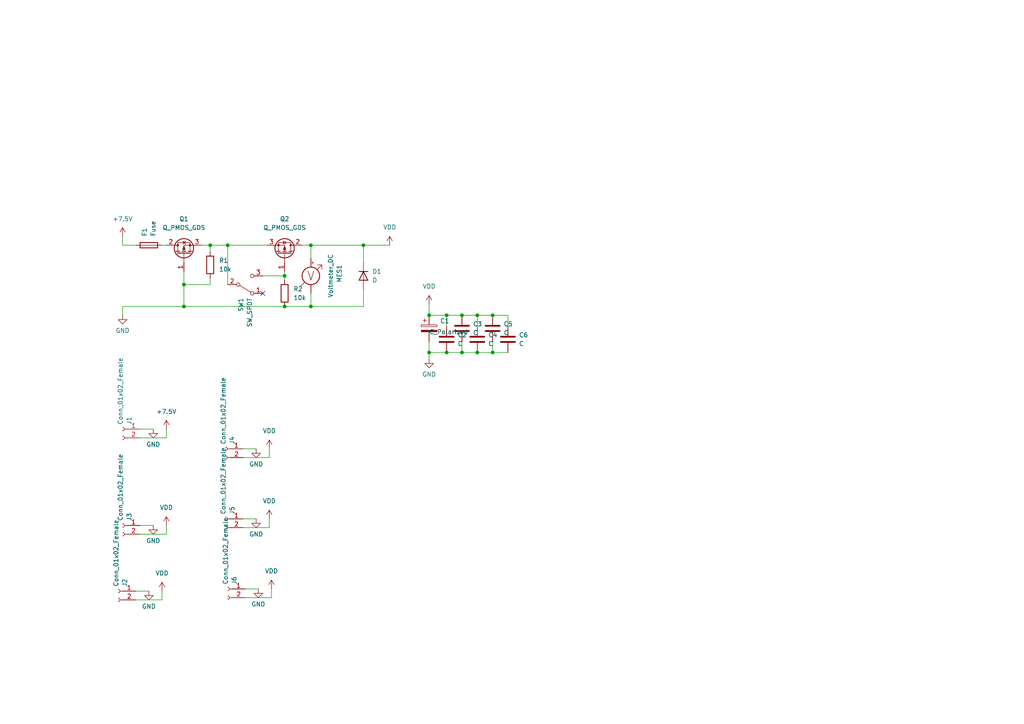
<source format=kicad_sch>
(kicad_sch (version 20211123) (generator eeschema)
  (paper "A4")
  (lib_symbols
    (symbol "Connector:Conn_01x02_Female" (pin_names (offset 1.016) hide)
      (property "Reference" "J" (at 0 2.54 0))
      (property "Value" "Conn_01x02_Female" (at 0 -5.08 0))
      (symbol "Conn_01x02_Female_1_1"
        (arc (start 0 -2.032) (mid -0.508 -2.54) (end 0 -3.048) (stroke (width 0.1524)))
        (polyline (pts (xy -1.27 -2.54) (xy -0.508 -2.54)) (stroke (width 0.1524)))
        (polyline (pts (xy -1.27 0) (xy -0.508 0)) (stroke (width 0.1524)))
        (arc (start 0 0.508) (mid -0.508 0) (end 0 -0.508) (stroke (width 0.1524)))
        (pin passive line (at -5.08 0 0) (length 3.81) (name "Pin_1") (number "1"))
        (pin passive line (at -5.08 -2.54 0) (length 3.81) (name "Pin_2") (number "2"))
      )
    )
    (symbol "Device:C" (pin_numbers hide) (pin_names (offset 0.254))
      (property "Reference" "C" (at 0.635 2.54 0))
      (property "Value" "C" (at 0.635 -2.54 0))
      (symbol "C_0_1"
        (polyline (pts (xy -2.032 -0.762) (xy 2.032 -0.762)) (stroke (width 0.508)))
        (polyline (pts (xy -2.032 0.762) (xy 2.032 0.762)) (stroke (width 0.508)))
      )
      (symbol "C_1_1"
        (pin passive line (at 0 3.81 270) (length 2.794) (name "~") (number "1"))
        (pin passive line (at 0 -3.81 90) (length 2.794) (name "~") (number "2"))
      )
    )
    (symbol "Device:C_Polarized" (pin_numbers hide) (pin_names (offset 0.254))
      (property "Reference" "C" (at 0.635 2.54 0))
      (property "Value" "C_Polarized" (at 0.635 -2.54 0))
      (symbol "C_Polarized_0_1"
        (rectangle (start -2.286 0.508) (end 2.286 1.016))
        (polyline (pts (xy -1.778 2.286) (xy -0.762 2.286)))
        (polyline (pts (xy -1.27 2.794) (xy -1.27 1.778)))
        (rectangle (start 2.286 -0.508) (end -2.286 -1.016) (fill (type outline)))
      )
      (symbol "C_Polarized_1_1"
        (pin passive line (at 0 3.81 270) (length 2.794) (name "~") (number "1"))
        (pin passive line (at 0 -3.81 90) (length 2.794) (name "~") (number "2"))
      )
    )
    (symbol "Device:D" (pin_numbers hide) (pin_names (offset 1.016) hide)
      (property "Reference" "D" (at 0 2.54 0))
      (property "Value" "D" (at 0 -2.54 0))
      (symbol "D_0_1"
        (polyline (pts (xy -1.27 1.27) (xy -1.27 -1.27)) (stroke (width 0.254)))
        (polyline (pts (xy 1.27 0) (xy -1.27 0)))
        (polyline (pts (xy 1.27 1.27) (xy 1.27 -1.27) (xy -1.27 0) (xy 1.27 1.27)) (stroke (width 0.254)))
      )
      (symbol "D_1_1"
        (pin passive line (at -3.81 0 0) (length 2.54) (name "K") (number "1"))
        (pin passive line (at 3.81 0 180) (length 2.54) (name "A") (number "2"))
      )
    )
    (symbol "Device:Fuse" (pin_numbers hide) (pin_names (offset 0))
      (property "Reference" "F" (at 2.032 0 90))
      (property "Value" "Fuse" (at -1.905 0 90))
      (symbol "Fuse_0_1"
        (rectangle (start -0.762 -2.54) (end 0.762 2.54) (stroke (width 0.254)))
        (polyline (pts (xy 0 2.54) (xy 0 -2.54)))
      )
      (symbol "Fuse_1_1"
        (pin passive line (at 0 3.81 270) (length 1.27) (name "~") (number "1"))
        (pin passive line (at 0 -3.81 90) (length 1.27) (name "~") (number "2"))
      )
    )
    (symbol "Device:Q_PMOS_GDS" (pin_names (offset 0) hide)
      (property "Reference" "Q" (at 5.08 1.27 0))
      (property "Value" "Q_PMOS_GDS" (at 5.08 -1.27 0))
      (symbol "Q_PMOS_GDS_0_1"
        (polyline (pts (xy 0.254 0) (xy -2.54 0)))
        (polyline (pts (xy 0.254 1.905) (xy 0.254 -1.905)) (stroke (width 0.254)))
        (polyline (pts (xy 0.762 -1.27) (xy 0.762 -2.286)) (stroke (width 0.254)))
        (polyline (pts (xy 0.762 0.508) (xy 0.762 -0.508)) (stroke (width 0.254)))
        (polyline (pts (xy 0.762 2.286) (xy 0.762 1.27)) (stroke (width 0.254)))
        (polyline (pts (xy 2.54 2.54) (xy 2.54 1.778)))
        (polyline (pts (xy 2.54 -2.54) (xy 2.54 0) (xy 0.762 0)))
        (polyline (pts (xy 0.762 1.778) (xy 3.302 1.778) (xy 3.302 -1.778) (xy 0.762 -1.778)))
        (polyline (pts (xy 2.286 0) (xy 1.27 0.381) (xy 1.27 -0.381) (xy 2.286 0)) (fill (type outline)))
        (polyline (pts (xy 2.794 -0.508) (xy 2.921 -0.381) (xy 3.683 -0.381) (xy 3.81 -0.254)))
        (polyline (pts (xy 3.302 -0.381) (xy 2.921 0.254) (xy 3.683 0.254) (xy 3.302 -0.381)))
        (circle (center 1.651 0) (radius 2.794) (stroke (width 0.254)))
        (circle (center 2.54 -1.778) (radius 0.254) (fill (type outline)))
        (circle (center 2.54 1.778) (radius 0.254) (fill (type outline)))
      )
      (symbol "Q_PMOS_GDS_1_1"
        (pin input line (at -5.08 0 0) (length 2.54) (name "G") (number "1"))
        (pin passive line (at 2.54 5.08 270) (length 2.54) (name "D") (number "2"))
        (pin passive line (at 2.54 -5.08 90) (length 2.54) (name "S") (number "3"))
      )
    )
    (symbol "Device:R" (pin_numbers hide) (pin_names (offset 0))
      (property "Reference" "R" (at 2.032 0 90))
      (property "Value" "R" (at 0 0 90))
      (symbol "R_0_1"
        (rectangle (start -1.016 -2.54) (end 1.016 2.54) (stroke (width 0.254)))
      )
      (symbol "R_1_1"
        (pin passive line (at 0 3.81 270) (length 1.27) (name "~") (number "1"))
        (pin passive line (at 0 -3.81 90) (length 1.27) (name "~") (number "2"))
      )
    )
    (symbol "Device:Voltmeter_DC" (pin_numbers hide) (pin_names (offset 0.0254) hide)
      (property "Reference" "MES" (at -3.302 1.016 0))
      (property "Value" "Voltmeter_DC" (at -3.302 -0.762 0))
      (symbol "Voltmeter_DC_0_0"
        (polyline (pts (xy -3.175 -3.175) (xy -1.905 -1.905)))
        (polyline (pts (xy 1.905 1.905) (xy 3.175 3.175)))
        (polyline (pts (xy 1.905 3.175) (xy 3.175 3.175) (xy 3.175 1.905)))
        (text "V" (at 0 0 0) (effects (font (size 2.54 2.54))))
      )
      (symbol "Voltmeter_DC_0_1"
        (polyline (pts (xy 0.254 3.81) (xy 0.762 3.81)))
        (polyline (pts (xy 0.508 4.064) (xy 0.508 3.556)))
        (circle (center 0 0) (radius 2.54) (stroke (width 0.254)))
      )
      (symbol "Voltmeter_DC_1_1"
        (pin passive line (at 0 -5.08 90) (length 2.54) (name "-") (number "1"))
        (pin passive line (at 0 5.08 270) (length 2.54) (name "+") (number "2"))
      )
    )
    (symbol "Switch:SW_SPDT" (pin_names (offset 0) hide)
      (property "Reference" "SW" (at 0 4.318 0))
      (property "Value" "SW_SPDT" (at 0 -5.08 0))
      (symbol "SW_SPDT_0_0"
        (circle (center -2.032 0) (radius 0.508))
        (circle (center 2.032 -2.54) (radius 0.508))
      )
      (symbol "SW_SPDT_0_1"
        (polyline (pts (xy -1.524 0.254) (xy 1.651 2.286)))
        (circle (center 2.032 2.54) (radius 0.508))
      )
      (symbol "SW_SPDT_1_1"
        (pin passive line (at 5.08 2.54 180) (length 2.54) (name "A") (number "1"))
        (pin passive line (at -5.08 0 0) (length 2.54) (name "B") (number "2"))
        (pin passive line (at 5.08 -2.54 180) (length 2.54) (name "C") (number "3"))
      )
    )
    (symbol "power:+7.5V" (power) (pin_names (offset 0))
      (property "Value" "+7.5V" (at 0 3.556 0))
      (symbol "+7.5V_0_1"
        (polyline (pts (xy -0.762 1.27) (xy 0 2.54)))
        (polyline (pts (xy 0 0) (xy 0 2.54)))
        (polyline (pts (xy 0 2.54) (xy 0.762 1.27)))
      )
      (symbol "+7.5V_1_1"
        (pin power_in line (at 0 0 90) (length 0) hide (name "+7.5V") (number "1"))
      )
    )
    (symbol "power:GND" (power) (pin_names (offset 0))
      (property "Value" "GND" (at 0 -3.81 0))
      (symbol "GND_0_1"
        (polyline (pts (xy 0 0) (xy 0 -1.27) (xy 1.27 -1.27) (xy 0 -2.54) (xy -1.27 -1.27) (xy 0 -1.27)))
      )
      (symbol "GND_1_1"
        (pin power_in line (at 0 0 270) (length 0) hide (name "GND") (number "1"))
      )
    )
    (symbol "power:VDD" (power) (pin_names (offset 0))
      (property "Value" "VDD" (at 0 3.81 0))
      (symbol "VDD_0_1"
        (polyline (pts (xy -0.762 1.27) (xy 0 2.54)))
        (polyline (pts (xy 0 0) (xy 0 2.54)))
        (polyline (pts (xy 0 2.54) (xy 0.762 1.27)))
      )
      (symbol "VDD_1_1"
        (pin power_in line (at 0 0 90) (length 0) hide (name "VDD") (number "1"))
      )
    )
  )
  (junction (at 90.17 88.9))
  (junction (at 66.04 71.12))
  (junction (at 129.54 91.44))
  (junction (at 138.43 102.235))
  (junction (at 129.54 102.235))
  (junction (at 142.875 102.235))
  (junction (at 133.985 91.44))
  (junction (at 124.46 91.44))
  (junction (at 60.96 71.12))
  (junction (at 82.55 80.01))
  (junction (at 90.17 71.12))
  (junction (at 142.875 91.44))
  (junction (at 124.46 102.235))
  (junction (at 138.43 91.44))
  (junction (at 82.55 88.9))
  (junction (at 105.41 71.12))
  (junction (at 53.34 88.9))
  (junction (at 53.34 82.55))
  (junction (at 133.985 102.235))
  (no_connect (at 76.2 85.09))
  (wire (pts (xy 78.74 173.355) (xy 71.12 173.355)))
  (wire (pts (xy 78.105 153.035) (xy 70.485 153.035)))
  (wire (pts (xy 60.96 71.12) (xy 66.04 71.12)))
  (wire (pts (xy 48.26 152.4) (xy 48.26 154.94)))
  (wire (pts (xy 35.56 71.12) (xy 39.37 71.12)))
  (wire (pts (xy 90.17 71.12) (xy 90.17 74.93)))
  (wire (pts (xy 70.485 130.175) (xy 74.295 130.175)))
  (wire (pts (xy 142.875 99.06) (xy 142.875 102.235)))
  (wire (pts (xy 46.99 71.12) (xy 48.26 71.12)))
  (wire (pts (xy 66.04 71.12) (xy 77.47 71.12)))
  (wire (pts (xy 78.74 170.815) (xy 78.74 173.355)))
  (wire (pts (xy 124.46 88.265) (xy 124.46 91.44)))
  (wire (pts (xy 53.34 82.55) (xy 60.96 82.55)))
  (wire (pts (xy 60.96 71.12) (xy 60.96 73.025)))
  (wire (pts (xy 82.55 88.9) (xy 90.17 88.9)))
  (wire (pts (xy 58.42 71.12) (xy 60.96 71.12)))
  (wire (pts (xy 35.56 68.58) (xy 35.56 71.12)))
  (wire (pts (xy 129.54 91.44) (xy 129.54 94.615)))
  (wire (pts (xy 105.41 71.12) (xy 105.41 76.2)))
  (wire (pts (xy 129.54 102.235) (xy 133.985 102.235)))
  (wire (pts (xy 35.56 88.9) (xy 53.34 88.9)))
  (wire (pts (xy 78.105 150.495) (xy 78.105 153.035)))
  (wire (pts (xy 105.41 71.12) (xy 113.03 71.12)))
  (wire (pts (xy 124.46 99.06) (xy 124.46 102.235)))
  (wire (pts (xy 44.45 124.46) (xy 40.64 124.46)))
  (wire (pts (xy 142.875 91.44) (xy 147.32 91.44)))
  (wire (pts (xy 133.985 99.06) (xy 133.985 102.235)))
  (wire (pts (xy 40.64 152.4) (xy 44.45 152.4)))
  (wire (pts (xy 53.34 88.9) (xy 82.55 88.9)))
  (wire (pts (xy 124.46 104.14) (xy 124.46 102.235)))
  (wire (pts (xy 35.56 88.9) (xy 35.56 91.44)))
  (wire (pts (xy 76.2 80.01) (xy 82.55 80.01)))
  (wire (pts (xy 71.12 170.815) (xy 74.93 170.815)))
  (wire (pts (xy 48.26 154.94) (xy 40.64 154.94)))
  (wire (pts (xy 133.985 91.44) (xy 129.54 91.44)))
  (wire (pts (xy 138.43 91.44) (xy 142.875 91.44)))
  (wire (pts (xy 53.34 82.55) (xy 53.34 88.9)))
  (wire (pts (xy 87.63 71.12) (xy 90.17 71.12)))
  (wire (pts (xy 90.17 85.09) (xy 90.17 88.9)))
  (wire (pts (xy 129.54 91.44) (xy 124.46 91.44)))
  (wire (pts (xy 39.37 171.45) (xy 43.18 171.45)))
  (wire (pts (xy 138.43 102.235) (xy 142.875 102.235)))
  (wire (pts (xy 48.26 127) (xy 40.64 127)))
  (wire (pts (xy 70.485 150.495) (xy 74.295 150.495)))
  (wire (pts (xy 46.99 173.99) (xy 39.37 173.99)))
  (wire (pts (xy 82.55 80.01) (xy 82.55 81.28)))
  (wire (pts (xy 78.105 130.175) (xy 78.105 132.715)))
  (wire (pts (xy 138.43 91.44) (xy 138.43 94.615)))
  (wire (pts (xy 138.43 91.44) (xy 133.985 91.44)))
  (wire (pts (xy 48.26 124.46) (xy 48.26 127)))
  (wire (pts (xy 90.17 71.12) (xy 105.41 71.12)))
  (wire (pts (xy 78.105 132.715) (xy 70.485 132.715)))
  (wire (pts (xy 105.41 83.82) (xy 105.41 88.9)))
  (wire (pts (xy 66.04 71.12) (xy 66.04 82.55)))
  (wire (pts (xy 142.875 102.235) (xy 147.32 102.235)))
  (wire (pts (xy 133.985 102.235) (xy 138.43 102.235)))
  (wire (pts (xy 46.99 171.45) (xy 46.99 173.99)))
  (wire (pts (xy 60.96 80.645) (xy 60.96 82.55)))
  (wire (pts (xy 124.46 102.235) (xy 129.54 102.235)))
  (wire (pts (xy 90.17 88.9) (xy 105.41 88.9)))
  (wire (pts (xy 53.34 78.74) (xy 53.34 82.55)))
  (wire (pts (xy 147.32 94.615) (xy 147.32 91.44)))
  (wire (pts (xy 82.55 78.74) (xy 82.55 80.01)))
  (symbol (lib_id "Connector:Conn_01x02_Female") (at 34.29 171.45 0) (mirror y) (unit 1)
    (property "Reference" "J2" (at 36.1951 170.18 90) (effects (justify left)))
    (property "Value" "Conn_01x02_Female" (at 33.6551 170.18 90) (effects (justify left)))
    (property "Footprint" "Connector_AMASS:AMASS_XT30PW-M_1x02_P2.50mm_Horizontal" (effects hide))
  )
  (symbol (lib_id "power:VDD") (at 78.105 130.175 0) (unit 1)
    (property "Reference" "#PWR012" (effects hide))
    (property "Value" "VDD" (at 78.105 124.968 0))
  )
  (symbol (lib_id "Device:Fuse") (at 43.18 71.12 90) (unit 1)
    (property "Reference" "F1" (at 41.9099 68.58 0) (effects (justify left)))
    (property "Value" "Fuse" (at 44.4499 68.58 0) (effects (justify left)))
    (property "Footprint" "Fuse:FUC_03A" (effects hide))
  )
  (symbol (lib_id "power:GND") (at 74.295 130.175 0) (unit 1)
    (property "Reference" "#PWR09" (effects hide))
    (property "Value" "GND" (at 74.295 134.62 0))
  )
  (symbol (lib_id "Device:Voltmeter_DC") (at 90.17 80.01 0) (unit 1)
    (property "Reference" "MES1" (at 98.425 79.375 90))
    (property "Value" "Voltmeter_DC" (at 95.885 80.01 90))
    (property "Footprint" "Voltmeter:SuperSmallVoltmeter_twoline" (effects hide))
  )
  (symbol (lib_id "power:VDD") (at 113.03 71.12 0) (unit 1)
    (property "Reference" "#PWR014" (effects hide))
    (property "Value" "VDD" (at 113.03 65.913 0))
  )
  (symbol (lib_id "Device:C") (at 129.54 98.425 0) (unit 1)
    (property "Reference" "C2" (at 132.715 97.1549 0) (effects (justify left)))
    (property "Value" "C" (at 132.715 99.6949 0) (effects (justify left)))
    (property "Footprint" "Capacitor_SMD:C_0603_1608Metric_Pad1.08x0.95mm_HandSolder" (effects hide))
  )
  (symbol (lib_id "power:VDD") (at 48.26 152.4 0) (unit 1)
    (property "Reference" "#PWR08" (effects hide))
    (property "Value" "VDD" (at 48.26 147.193 0))
  )
  (symbol (lib_id "Connector:Conn_01x02_Female") (at 65.405 130.175 0) (mirror y) (unit 1)
    (property "Reference" "J4" (at 67.3101 128.905 90) (effects (justify left)))
    (property "Value" "Conn_01x02_Female" (at 64.7701 128.905 90) (effects (justify left)))
    (property "Footprint" "Connector_AMASS:AMASS_XT30PW-M_1x02_P2.50mm_Horizontal" (effects hide))
  )
  (symbol (lib_id "power:GND") (at 44.45 124.46 0) (unit 1)
    (property "Reference" "#PWR03" (effects hide))
    (property "Value" "GND" (at 44.45 128.905 0))
  )
  (symbol (lib_id "power:+7.5V") (at 48.26 124.46 0) (mirror y) (unit 1)
    (property "Reference" "#PWR04" (effects hide))
    (property "Value" "+7.5V" (at 48.26 119.38 0))
  )
  (symbol (lib_id "power:VDD") (at 46.99 171.45 0) (unit 1)
    (property "Reference" "#PWR07" (effects hide))
    (property "Value" "VDD" (at 46.99 166.243 0))
  )
  (symbol (lib_id "Device:C") (at 147.32 98.425 0) (unit 1)
    (property "Reference" "C6" (at 150.495 97.1549 0) (effects (justify left)))
    (property "Value" "C" (at 150.495 99.6949 0) (effects (justify left)))
    (property "Footprint" "Capacitor_SMD:C_0603_1608Metric_Pad1.08x0.95mm_HandSolder" (effects hide))
  )
  (symbol (lib_id "power:VDD") (at 124.46 88.265 0) (unit 1)
    (property "Reference" "#PWR016" (effects hide))
    (property "Value" "VDD" (at 124.46 83.058 0))
  )
  (symbol (lib_id "Device:Q_PMOS_GDS") (at 53.34 73.66 90) (unit 1)
    (property "Reference" "Q1" (at 53.34 63.5 90))
    (property "Value" "Q_PMOS_GDS" (at 53.34 66.04 90))
    (property "Footprint" "Package_TO_SOT_SMD:TO-252-3_TabPin2" (effects hide))
  )
  (symbol (lib_id "power:GND") (at 44.45 152.4 0) (unit 1)
    (property "Reference" "#PWR06" (effects hide))
    (property "Value" "GND" (at 44.45 156.845 0))
  )
  (symbol (lib_id "Device:R") (at 60.96 76.835 180) (unit 1)
    (property "Reference" "R1" (at 63.5 75.5649 0) (effects (justify right)))
    (property "Value" "10k" (at 63.5 78.1049 0) (effects (justify right)))
    (property "Footprint" "Resistor_SMD:R_0603_1608Metric_Pad0.98x0.95mm_HandSolder" (effects hide))
  )
  (symbol (lib_id "Connector:Conn_01x02_Female") (at 66.04 170.815 0) (mirror y) (unit 1)
    (property "Reference" "J6" (at 67.9451 169.545 90) (effects (justify left)))
    (property "Value" "Conn_01x02_Female" (at 65.4051 169.545 90) (effects (justify left)))
    (property "Footprint" "Connector_AMASS:AMASS_XT30PW-M_1x02_P2.50mm_Horizontal" (effects hide))
  )
  (symbol (lib_id "power:GND") (at 74.93 170.815 0) (unit 1)
    (property "Reference" "#PWR011" (effects hide))
    (property "Value" "GND" (at 74.93 175.26 0))
  )
  (symbol (lib_id "power:GND") (at 35.56 91.44 0) (unit 1)
    (property "Reference" "#PWR02" (effects hide))
    (property "Value" "GND" (at 35.56 95.885 0))
  )
  (symbol (lib_id "Connector:Conn_01x02_Female") (at 35.56 124.46 0) (mirror y) (unit 1)
    (property "Reference" "J1" (at 37.4651 123.19 90) (effects (justify left)))
    (property "Value" "Conn_01x02_Female" (at 34.9251 123.19 90) (effects (justify left)))
    (property "Footprint" "Connector_AMASS:AMASS_XT60PW-M_1x02_P7.20mm_Horizontal" (effects hide))
  )
  (symbol (lib_id "Device:R") (at 82.55 85.09 180) (unit 1)
    (property "Reference" "R2" (at 85.09 83.8199 0) (effects (justify right)))
    (property "Value" "10k" (at 85.09 86.3599 0) (effects (justify right)))
    (property "Footprint" "Resistor_SMD:R_0603_1608Metric_Pad0.98x0.95mm_HandSolder" (effects hide))
  )
  (symbol (lib_id "Connector:Conn_01x02_Female") (at 65.405 150.495 0) (mirror y) (unit 1)
    (property "Reference" "J5" (at 67.3101 149.225 90) (effects (justify left)))
    (property "Value" "Conn_01x02_Female" (at 64.7701 149.225 90) (effects (justify left)))
    (property "Footprint" "Connector_AMASS:AMASS_XT30PW-M_1x02_P2.50mm_Horizontal" (effects hide))
  )
  (symbol (lib_id "Device:C") (at 142.875 95.25 0) (unit 1)
    (property "Reference" "C5" (at 146.05 93.9799 0) (effects (justify left)))
    (property "Value" "C" (at 146.05 96.5199 0) (effects (justify left)))
    (property "Footprint" "Capacitor_SMD:C_0603_1608Metric_Pad1.08x0.95mm_HandSolder" (effects hide))
  )
  (symbol (lib_id "power:VDD") (at 78.105 150.495 0) (unit 1)
    (property "Reference" "#PWR013" (effects hide))
    (property "Value" "VDD" (at 78.105 145.288 0))
  )
  (symbol (lib_id "power:+7.5V") (at 35.56 68.58 0) (unit 1)
    (property "Reference" "#PWR01" (effects hide))
    (property "Value" "+7.5V" (at 35.56 63.5 0))
  )
  (symbol (lib_id "Device:C") (at 133.985 95.25 0) (unit 1)
    (property "Reference" "C3" (at 137.16 93.9799 0) (effects (justify left)))
    (property "Value" "C" (at 137.16 96.5199 0) (effects (justify left)))
    (property "Footprint" "Capacitor_SMD:C_0603_1608Metric_Pad1.08x0.95mm_HandSolder" (effects hide))
  )
  (symbol (lib_id "Device:D") (at 105.41 80.01 270) (unit 1)
    (property "Reference" "D1" (at 107.95 78.7399 90) (effects (justify left)))
    (property "Value" "D" (at 107.95 81.2799 90) (effects (justify left)))
    (property "Footprint" "Diode_SMD:D_SOD-123" (effects hide))
  )
  (symbol (lib_id "Device:C_Polarized") (at 124.46 95.25 0) (unit 1)
    (property "Reference" "C1" (at 127.635 93.0909 0) (effects (justify left)))
    (property "Value" "C_Polarized" (at 124.46 96.2659 0) (effects (justify left)))
    (property "Footprint" "Capacitor_SMD:C_Elec_8x10.2" (effects hide))
  )
  (symbol (lib_id "power:VDD") (at 78.74 170.815 0) (unit 1)
    (property "Reference" "#PWR015" (effects hide))
    (property "Value" "VDD" (at 78.74 165.608 0))
  )
  (symbol (lib_id "Device:Q_PMOS_GDS") (at 82.55 73.66 270) (mirror x) (unit 1)
    (property "Reference" "Q2" (at 82.55 63.5 90))
    (property "Value" "Q_PMOS_GDS" (at 82.55 66.04 90))
    (property "Footprint" "Package_TO_SOT_SMD:TO-252-3_TabPin2" (effects hide))
  )
  (symbol (lib_id "power:GND") (at 74.295 150.495 0) (unit 1)
    (property "Reference" "#PWR010" (effects hide))
    (property "Value" "GND" (at 74.295 154.94 0))
  )
  (symbol (lib_id "Device:C") (at 138.43 98.425 0) (unit 1)
    (property "Reference" "C4" (at 141.605 97.1549 0) (effects (justify left)))
    (property "Value" "C" (at 141.605 99.6949 0) (effects (justify left)))
    (property "Footprint" "Capacitor_SMD:C_0603_1608Metric_Pad1.08x0.95mm_HandSolder" (effects hide))
  )
  (symbol (lib_id "power:GND") (at 124.46 104.14 0) (unit 1)
    (property "Reference" "#PWR017" (effects hide))
    (property "Value" "GND" (at 124.46 108.585 0))
  )
  (symbol (lib_id "power:GND") (at 43.18 171.45 0) (unit 1)
    (property "Reference" "#PWR05" (effects hide))
    (property "Value" "GND" (at 43.18 175.895 0))
  )
  (symbol (lib_id "Switch:SW_SPDT") (at 71.12 82.55 0) (mirror x) (unit 1)
    (property "Reference" "SW1" (at 69.8499 86.36 90) (effects (justify left)))
    (property "Value" "SW_SPDT" (at 72.3899 86.36 90) (effects (justify left)))
    (property "Footprint" "Toggle_Switch:3P_SPDT_5Pin_ToggleSwitch" (effects hide))
  )
  (symbol (lib_id "Connector:Conn_01x02_Female") (at 35.56 152.4 0) (mirror y) (unit 1)
    (property "Reference" "J3" (at 37.4651 151.13 90) (effects (justify left)))
    (property "Value" "Conn_01x02_Female" (at 34.9251 151.13 90) (effects (justify left)))
    (property "Footprint" "Connector_AMASS:AMASS_XT30PW-M_1x02_P2.50mm_Horizontal" (effects hide))
  )
)
</source>
